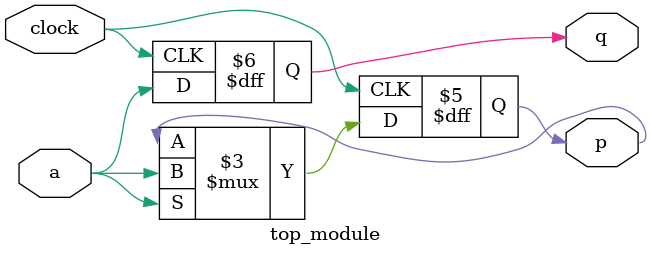
<source format=sv>
module top_module (
    input clock,
    input a,
    output reg p,
    output reg q
);

always @(negedge clock) begin
    q <= a;
end

always @(posedge clock) begin
    if (a) begin
        p <= a;
    end
end

endmodule

</source>
